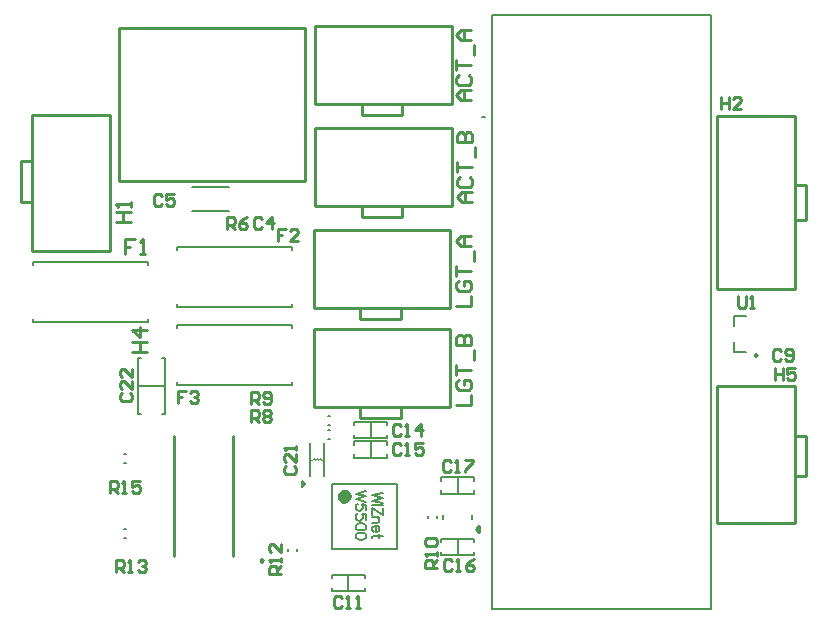
<source format=gto>
G04*
G04 #@! TF.GenerationSoftware,Altium Limited,Altium Designer,20.1.12 (249)*
G04*
G04 Layer_Color=65535*
%FSLAX25Y25*%
%MOIN*%
G70*
G04*
G04 #@! TF.SameCoordinates,4DEFB819-F1CA-47B0-AC9B-A980181B1EFC*
G04*
G04*
G04 #@! TF.FilePolarity,Positive*
G04*
G01*
G75*
%ADD10C,0.00394*%
%ADD11C,0.00787*%
%ADD12C,0.01000*%
%ADD13C,0.00984*%
%ADD14C,0.02362*%
%ADD15C,0.00591*%
%ADD16C,0.00500*%
%ADD17C,0.00800*%
%ADD18C,0.00600*%
D10*
X226000Y189000D02*
X225500Y189500D01*
X225000Y189000D01*
X224000D02*
X223500Y189500D01*
X223000Y189000D01*
X225000D02*
X224500Y189500D01*
X224000Y189000D01*
X226000D02*
X226862D01*
X222138D02*
X223000D01*
D11*
X280524Y303122D02*
X279736D01*
X280524D01*
X264476Y169606D02*
Y170394D01*
X261524Y169606D02*
Y170394D01*
X228106Y196024D02*
X228894D01*
X228106Y198976D02*
X228894D01*
X228106Y200524D02*
X228894D01*
X228106Y203476D02*
X228894D01*
X217976Y158606D02*
Y159394D01*
X215024Y158606D02*
Y159394D01*
X160106Y163024D02*
X160894D01*
X160106Y165976D02*
X160894D01*
X160106Y188024D02*
X160894D01*
X160106Y190976D02*
X160894D01*
X363744Y233658D02*
Y236906D01*
X367681D01*
X363744Y225095D02*
Y228343D01*
Y225095D02*
X367681D01*
X177847Y259902D02*
X216154D01*
Y240098D02*
Y241024D01*
Y258976D02*
Y259902D01*
X177847Y240098D02*
X216154D01*
X177847D02*
Y241024D01*
Y258976D02*
Y259902D01*
X129847Y253976D02*
Y254902D01*
Y235098D02*
Y236024D01*
Y235098D02*
X168154D01*
Y253976D02*
Y254902D01*
Y235098D02*
Y236024D01*
X129847Y254902D02*
X168154D01*
X177847Y232976D02*
Y233902D01*
Y214098D02*
Y215024D01*
Y214098D02*
X216154D01*
Y232976D02*
Y233902D01*
Y214098D02*
Y215024D01*
X177847Y233902D02*
X216154D01*
X229673Y159173D02*
Y180827D01*
X251327Y159173D02*
Y180827D01*
X229673D02*
X251327D01*
X229673Y159173D02*
X251327D01*
D12*
X206750Y155500D02*
X206000Y155933D01*
Y155067D01*
X206750Y155500D01*
X177000Y157000D02*
Y197000D01*
X196750Y157000D02*
Y197000D01*
X358000Y303500D02*
X384000D01*
Y246000D02*
Y303500D01*
X358000Y246000D02*
X384000D01*
X358000D02*
Y303500D01*
X384000Y280500D02*
X387500D01*
Y269000D02*
Y280500D01*
X384000Y269000D02*
X387500D01*
X126000Y288500D02*
X129500D01*
X126000Y275000D02*
Y288500D01*
Y275000D02*
X129500D01*
X155500Y258500D02*
Y304000D01*
X129500D02*
X155500D01*
X129500Y258500D02*
Y304000D01*
Y258500D02*
X155500D01*
X269500Y273500D02*
Y299500D01*
X224000Y273500D02*
X269500D01*
X224000D02*
Y299500D01*
X269500D01*
X253000Y270000D02*
Y273500D01*
X239500Y270000D02*
X253000D01*
X239500D02*
Y273500D01*
X158500Y333000D02*
X220500Y333000D01*
X158500Y282000D02*
X220500D01*
X158500D02*
Y333000D01*
X220500Y282000D02*
Y333000D01*
X269500Y307500D02*
Y333500D01*
X224000Y307500D02*
X269500D01*
X224000D02*
Y333500D01*
X269500D01*
X253000Y304000D02*
Y307500D01*
X239500Y304000D02*
X253000D01*
X239500D02*
Y307500D01*
X269000Y239500D02*
Y265500D01*
X223500Y239500D02*
X269000D01*
X223500D02*
Y265500D01*
X269000D01*
X252500Y236000D02*
Y239500D01*
X239000Y236000D02*
X252500D01*
X239000D02*
Y239500D01*
X269000Y206500D02*
Y232500D01*
X223500Y206500D02*
X269000D01*
X223500D02*
Y232500D01*
X269000D01*
X252500Y203000D02*
Y206500D01*
X239000Y203000D02*
X252500D01*
X239000D02*
Y206500D01*
X358000Y213500D02*
X384000D01*
Y168000D02*
Y213500D01*
X358000Y168000D02*
X384000D01*
X358000D02*
Y213500D01*
X384000Y197000D02*
X387500D01*
Y183500D02*
Y197000D01*
X384000Y183500D02*
X387500D01*
X277500Y166000D02*
X278500Y167000D01*
Y165000D02*
Y167000D01*
X277500Y166000D02*
X278500Y165000D01*
X364834Y243499D02*
Y240167D01*
X365501Y239501D01*
X366834D01*
X367500Y240167D01*
Y243499D01*
X368833Y239501D02*
X370166D01*
X369499D01*
Y243499D01*
X368833Y242833D01*
X155502Y178001D02*
Y181999D01*
X157501D01*
X158167Y181333D01*
Y180000D01*
X157501Y179333D01*
X155502D01*
X156834D02*
X158167Y178001D01*
X159500D02*
X160833D01*
X160167D01*
Y181999D01*
X159500Y181333D01*
X165498Y181999D02*
X162833D01*
Y180000D01*
X164165Y180666D01*
X164832D01*
X165498Y180000D01*
Y178667D01*
X164832Y178001D01*
X163499D01*
X162833Y178667D01*
X157502Y151501D02*
Y155499D01*
X159501D01*
X160167Y154833D01*
Y153500D01*
X159501Y152833D01*
X157502D01*
X158835D02*
X160167Y151501D01*
X161500D02*
X162833D01*
X162167D01*
Y155499D01*
X161500Y154833D01*
X164833D02*
X165499Y155499D01*
X166832D01*
X167498Y154833D01*
Y154166D01*
X166832Y153500D01*
X166165D01*
X166832D01*
X167498Y152833D01*
Y152167D01*
X166832Y151501D01*
X165499D01*
X164833Y152167D01*
X212499Y151002D02*
X208501D01*
Y153001D01*
X209167Y153667D01*
X210500D01*
X211166Y153001D01*
Y151002D01*
Y152334D02*
X212499Y153667D01*
Y155000D02*
Y156333D01*
Y155667D01*
X208501D01*
X209167Y155000D01*
X212499Y160998D02*
Y158333D01*
X209834Y160998D01*
X209167D01*
X208501Y160332D01*
Y158999D01*
X209167Y158333D01*
X264499Y153002D02*
X260501D01*
Y155001D01*
X261167Y155667D01*
X262500D01*
X263166Y155001D01*
Y153002D01*
Y154334D02*
X264499Y155667D01*
Y157000D02*
Y158333D01*
Y157667D01*
X260501D01*
X261167Y157000D01*
Y160333D02*
X260501Y160999D01*
Y162332D01*
X261167Y162998D01*
X263833D01*
X264499Y162332D01*
Y160999D01*
X263833Y160333D01*
X261167D01*
X202668Y207501D02*
Y211499D01*
X204667D01*
X205334Y210833D01*
Y209500D01*
X204667Y208834D01*
X202668D01*
X204001D02*
X205334Y207501D01*
X206666Y208167D02*
X207333Y207501D01*
X208666D01*
X209332Y208167D01*
Y210833D01*
X208666Y211499D01*
X207333D01*
X206666Y210833D01*
Y210166D01*
X207333Y209500D01*
X209332D01*
X202668Y201501D02*
Y205499D01*
X204667D01*
X205334Y204833D01*
Y203500D01*
X204667Y202834D01*
X202668D01*
X204001D02*
X205334Y201501D01*
X206666Y204833D02*
X207333Y205499D01*
X208666D01*
X209332Y204833D01*
Y204167D01*
X208666Y203500D01*
X209332Y202834D01*
Y202167D01*
X208666Y201501D01*
X207333D01*
X206666Y202167D01*
Y202834D01*
X207333Y203500D01*
X206666Y204167D01*
Y204833D01*
X207333Y203500D02*
X208666D01*
X194668Y266001D02*
Y269999D01*
X196667D01*
X197334Y269333D01*
Y268000D01*
X196667Y267334D01*
X194668D01*
X196001D02*
X197334Y266001D01*
X201332Y269999D02*
X199999Y269333D01*
X198667Y268000D01*
Y266667D01*
X199333Y266001D01*
X200666D01*
X201332Y266667D01*
Y267334D01*
X200666Y268000D01*
X198667D01*
X377168Y219499D02*
Y215501D01*
Y217500D01*
X379834D01*
Y219499D01*
Y215501D01*
X383832Y219499D02*
X381167D01*
Y217500D01*
X382499Y218166D01*
X383166D01*
X383832Y217500D01*
Y216167D01*
X383166Y215501D01*
X381833D01*
X381167Y216167D01*
X163001Y224835D02*
X167999D01*
X165500D01*
Y228167D01*
X163001D01*
X167999D01*
Y232332D02*
X163001D01*
X165500Y229833D01*
Y233165D01*
X271084Y207337D02*
X276083D01*
Y210669D01*
X271917Y215668D02*
X271084Y214835D01*
Y213169D01*
X271917Y212335D01*
X275250D01*
X276083Y213169D01*
Y214835D01*
X275250Y215668D01*
X273584D01*
Y214002D01*
X271084Y217334D02*
Y220666D01*
Y219000D01*
X276083D01*
X276916Y222332D02*
Y225664D01*
X271084Y227331D02*
X276083D01*
Y229830D01*
X275250Y230663D01*
X274416D01*
X273584Y229830D01*
Y227331D01*
Y229830D01*
X272750Y230663D01*
X271917D01*
X271084Y229830D01*
Y227331D01*
Y240337D02*
X276083D01*
Y243669D01*
X271917Y248668D02*
X271084Y247835D01*
Y246169D01*
X271917Y245336D01*
X275250D01*
X276083Y246169D01*
Y247835D01*
X275250Y248668D01*
X273584D01*
Y247002D01*
X271084Y250334D02*
Y253666D01*
Y252000D01*
X276083D01*
X276916Y255332D02*
Y258664D01*
X276083Y260331D02*
X272750D01*
X271084Y261997D01*
X272750Y263663D01*
X276083D01*
X273584D01*
Y260331D01*
X276383Y274837D02*
X273050D01*
X271384Y276503D01*
X273050Y278169D01*
X276383D01*
X273884D01*
Y274837D01*
X272217Y283168D02*
X271384Y282335D01*
Y280669D01*
X272217Y279836D01*
X275550D01*
X276383Y280669D01*
Y282335D01*
X275550Y283168D01*
X271384Y284834D02*
Y288166D01*
Y286500D01*
X276383D01*
X277216Y289832D02*
Y293164D01*
X271384Y294831D02*
X276383D01*
Y297330D01*
X275550Y298163D01*
X274716D01*
X273884Y297330D01*
Y294831D01*
Y297330D01*
X273050Y298163D01*
X272217D01*
X271384Y297330D01*
Y294831D01*
X276083Y308837D02*
X272750D01*
X271084Y310503D01*
X272750Y312169D01*
X276083D01*
X273584D01*
Y308837D01*
X271917Y317168D02*
X271084Y316335D01*
Y314669D01*
X271917Y313836D01*
X275250D01*
X276083Y314669D01*
Y316335D01*
X275250Y317168D01*
X271084Y318834D02*
Y322166D01*
Y320500D01*
X276083D01*
X276916Y323832D02*
Y327165D01*
X276083Y328831D02*
X272750D01*
X271084Y330497D01*
X272750Y332163D01*
X276083D01*
X273584D01*
Y328831D01*
X359168Y309999D02*
Y306001D01*
Y308000D01*
X361834D01*
Y309999D01*
Y306001D01*
X365832D02*
X363166D01*
X365832Y308666D01*
Y309333D01*
X365166Y309999D01*
X363833D01*
X363166Y309333D01*
X157501Y268368D02*
X162499D01*
X160000D01*
Y271700D01*
X157501D01*
X162499D01*
Y273366D02*
Y275032D01*
Y274199D01*
X157501D01*
X158334Y273366D01*
X180833Y211999D02*
X178168D01*
Y210000D01*
X179501D01*
X178168D01*
Y208001D01*
X182167Y211333D02*
X182833Y211999D01*
X184166D01*
X184832Y211333D01*
Y210666D01*
X184166Y210000D01*
X183499D01*
X184166D01*
X184832Y209334D01*
Y208667D01*
X184166Y208001D01*
X182833D01*
X182167Y208667D01*
X214334Y265999D02*
X211668D01*
Y264000D01*
X213001D01*
X211668D01*
Y262001D01*
X218332D02*
X215667D01*
X218332Y264666D01*
Y265333D01*
X217666Y265999D01*
X216333D01*
X215667Y265333D01*
X164000Y262499D02*
X160668D01*
Y260000D01*
X162334D01*
X160668D01*
Y257501D01*
X165666D02*
X167332D01*
X166499D01*
Y262499D01*
X165666Y261666D01*
X159667Y211334D02*
X159001Y210668D01*
Y209335D01*
X159667Y208668D01*
X162333D01*
X162999Y209335D01*
Y210668D01*
X162333Y211334D01*
X162999Y215333D02*
Y212667D01*
X160334Y215333D01*
X159667D01*
X159001Y214666D01*
Y213334D01*
X159667Y212667D01*
X162999Y219332D02*
Y216666D01*
X160334Y219332D01*
X159667D01*
X159001Y218665D01*
Y217332D01*
X159667Y216666D01*
X214167Y187001D02*
X213501Y186334D01*
Y185001D01*
X214167Y184335D01*
X216833D01*
X217499Y185001D01*
Y186334D01*
X216833Y187001D01*
X217499Y190999D02*
Y188334D01*
X214833Y190999D01*
X214167D01*
X213501Y190333D01*
Y189000D01*
X214167Y188334D01*
X217499Y192332D02*
Y193665D01*
Y192999D01*
X213501D01*
X214167Y192332D01*
X269167Y188333D02*
X268501Y188999D01*
X267168D01*
X266502Y188333D01*
Y185667D01*
X267168Y185001D01*
X268501D01*
X269167Y185667D01*
X270500Y185001D02*
X271833D01*
X271167D01*
Y188999D01*
X270500Y188333D01*
X273833Y188999D02*
X276498D01*
Y188333D01*
X273833Y185667D01*
Y185001D01*
X269667Y155333D02*
X269001Y155999D01*
X267668D01*
X267002Y155333D01*
Y152667D01*
X267668Y152001D01*
X269001D01*
X269667Y152667D01*
X271000Y152001D02*
X272333D01*
X271667D01*
Y155999D01*
X271000Y155333D01*
X276998Y155999D02*
X275665Y155333D01*
X274333Y154000D01*
Y152667D01*
X274999Y152001D01*
X276332D01*
X276998Y152667D01*
Y153333D01*
X276332Y154000D01*
X274333D01*
X252667Y193833D02*
X252001Y194499D01*
X250668D01*
X250002Y193833D01*
Y191167D01*
X250668Y190501D01*
X252001D01*
X252667Y191167D01*
X254000Y190501D02*
X255333D01*
X254667D01*
Y194499D01*
X254000Y193833D01*
X259998Y194499D02*
X257333D01*
Y192500D01*
X258665Y193166D01*
X259332D01*
X259998Y192500D01*
Y191167D01*
X259332Y190501D01*
X257999D01*
X257333Y191167D01*
X252667Y200333D02*
X252001Y200999D01*
X250668D01*
X250002Y200333D01*
Y197667D01*
X250668Y197001D01*
X252001D01*
X252667Y197667D01*
X254000Y197001D02*
X255333D01*
X254667D01*
Y200999D01*
X254000Y200333D01*
X259332Y197001D02*
Y200999D01*
X257333Y199000D01*
X259998D01*
X232834Y142833D02*
X232167Y143499D01*
X230835D01*
X230168Y142833D01*
Y140167D01*
X230835Y139501D01*
X232167D01*
X232834Y140167D01*
X234167Y139501D02*
X235500D01*
X234833D01*
Y143499D01*
X234167Y142833D01*
X237499Y139501D02*
X238832D01*
X238165D01*
Y143499D01*
X237499Y142833D01*
X379334Y225333D02*
X378667Y225999D01*
X377334D01*
X376668Y225333D01*
Y222667D01*
X377334Y222001D01*
X378667D01*
X379334Y222667D01*
X380666D02*
X381333Y222001D01*
X382666D01*
X383332Y222667D01*
Y225333D01*
X382666Y225999D01*
X381333D01*
X380666Y225333D01*
Y224666D01*
X381333Y224000D01*
X383332D01*
X172834Y276833D02*
X172167Y277499D01*
X170834D01*
X170168Y276833D01*
Y274167D01*
X170834Y273501D01*
X172167D01*
X172834Y274167D01*
X176832Y277499D02*
X174167D01*
Y275500D01*
X175499Y276166D01*
X176166D01*
X176832Y275500D01*
Y274167D01*
X176166Y273501D01*
X174833D01*
X174167Y274167D01*
X206334Y269333D02*
X205667Y269999D01*
X204334D01*
X203668Y269333D01*
Y266667D01*
X204334Y266001D01*
X205667D01*
X206334Y266667D01*
X209666Y266001D02*
Y269999D01*
X207666Y268000D01*
X210332D01*
D13*
X371323Y224012D02*
X370585Y224438D01*
Y223586D01*
X371323Y224012D01*
D14*
X234791Y176890D02*
X234347Y177813D01*
X233347Y178041D01*
X232546Y177402D01*
Y176377D01*
X233347Y175738D01*
X234347Y175966D01*
X234791Y176890D01*
D15*
X235000Y145244D02*
Y150756D01*
X229488Y149575D02*
Y150756D01*
X240512D01*
Y149575D02*
Y150756D01*
Y145244D02*
Y146425D01*
X229488Y145244D02*
X240512D01*
X229488D02*
Y146425D01*
X226862Y183488D02*
Y194512D01*
X222138Y183488D02*
Y194512D01*
X271500Y177744D02*
Y183256D01*
X277012Y177744D02*
Y178925D01*
X265988Y177744D02*
X277012D01*
X265988D02*
Y178925D01*
Y182075D02*
Y183256D01*
X277012D01*
Y182075D02*
Y183256D01*
X271500Y157244D02*
Y162756D01*
X265988Y161575D02*
Y162756D01*
X277012D01*
Y161575D02*
Y162756D01*
Y157244D02*
Y158425D01*
X265988Y157244D02*
X277012D01*
X265988D02*
Y158425D01*
X165071Y222850D02*
X166055D01*
X165071Y204150D02*
Y222850D01*
Y204150D02*
X166055D01*
X172945D02*
X173929D01*
Y222850D01*
X172945D02*
X173929D01*
X165071Y213500D02*
X173929D01*
X242500Y196244D02*
Y201756D01*
X248012Y196244D02*
Y197425D01*
X236988Y196244D02*
X248012D01*
X236988D02*
Y197425D01*
Y200575D02*
Y201756D01*
X248012D01*
Y200575D02*
Y201756D01*
X242500Y189744D02*
Y195256D01*
X248012Y189744D02*
Y190925D01*
X236988Y189744D02*
X248012D01*
X236988D02*
Y190925D01*
Y194075D02*
Y195256D01*
X248012D01*
Y194075D02*
Y195256D01*
D16*
X283004Y139165D02*
X355996D01*
Y337158D01*
X283004Y139165D02*
Y337158D01*
X355996D01*
X182900Y272000D02*
X195105D01*
X182900Y280000D02*
X195105D01*
X266579Y169409D02*
Y170591D01*
X276421Y169409D02*
Y170591D01*
D17*
X219555Y181827D02*
X220555Y180827D01*
X219555Y179827D02*
Y181827D01*
Y179827D02*
X220555Y180827D01*
X219555D02*
X220555D01*
D18*
X241099Y178500D02*
X237500Y177643D01*
X241099Y176786D02*
X237500Y177643D01*
X241099Y176786D02*
X237500Y175929D01*
X241099Y175072D02*
X237500Y175929D01*
X241099Y172296D02*
Y174010D01*
X239557Y174181D01*
X239728Y174010D01*
X239899Y173495D01*
Y172981D01*
X239728Y172467D01*
X239385Y172124D01*
X238871Y171953D01*
X238528D01*
X238014Y172124D01*
X237671Y172467D01*
X237500Y172981D01*
Y173495D01*
X237671Y174010D01*
X237843Y174181D01*
X238186Y174352D01*
X241099Y169091D02*
Y170805D01*
X239557Y170976D01*
X239728Y170805D01*
X239899Y170290D01*
Y169776D01*
X239728Y169262D01*
X239385Y168919D01*
X238871Y168748D01*
X238528D01*
X238014Y168919D01*
X237671Y169262D01*
X237500Y169776D01*
Y170290D01*
X237671Y170805D01*
X237843Y170976D01*
X238186Y171147D01*
X241099Y166914D02*
X240928Y167428D01*
X240414Y167771D01*
X239557Y167942D01*
X239042D01*
X238186Y167771D01*
X237671Y167428D01*
X237500Y166914D01*
Y166571D01*
X237671Y166057D01*
X238186Y165714D01*
X239042Y165543D01*
X239557D01*
X240414Y165714D01*
X240928Y166057D01*
X241099Y166571D01*
Y166914D01*
Y163709D02*
X240928Y164223D01*
X240414Y164566D01*
X239557Y164737D01*
X239042D01*
X238186Y164566D01*
X237671Y164223D01*
X237500Y163709D01*
Y163366D01*
X237671Y162852D01*
X238186Y162509D01*
X239042Y162338D01*
X239557D01*
X240414Y162509D01*
X240928Y162852D01*
X241099Y163366D01*
Y163709D01*
X246599Y178000D02*
X243000Y177143D01*
X246599Y176286D02*
X243000Y177143D01*
X246599Y176286D02*
X243000Y175429D01*
X246599Y174572D02*
X243000Y175429D01*
X246599Y173852D02*
X243000D01*
X246599Y170699D02*
X243000Y173098D01*
X246599D02*
Y170699D01*
X243000Y173098D02*
Y170699D01*
X245399Y169893D02*
X243000D01*
X244714D02*
X245228Y169379D01*
X245399Y169036D01*
Y168522D01*
X245228Y168179D01*
X244714Y168008D01*
X243000D01*
X244371Y167065D02*
Y165008D01*
X244714D01*
X245057Y165180D01*
X245228Y165351D01*
X245399Y165694D01*
Y166208D01*
X245228Y166551D01*
X244885Y166894D01*
X244371Y167065D01*
X244028D01*
X243514Y166894D01*
X243171Y166551D01*
X243000Y166208D01*
Y165694D01*
X243171Y165351D01*
X243514Y165008D01*
X246599Y163723D02*
X243686D01*
X243171Y163552D01*
X243000Y163209D01*
Y162866D01*
X245399Y164237D02*
Y163038D01*
M02*

</source>
